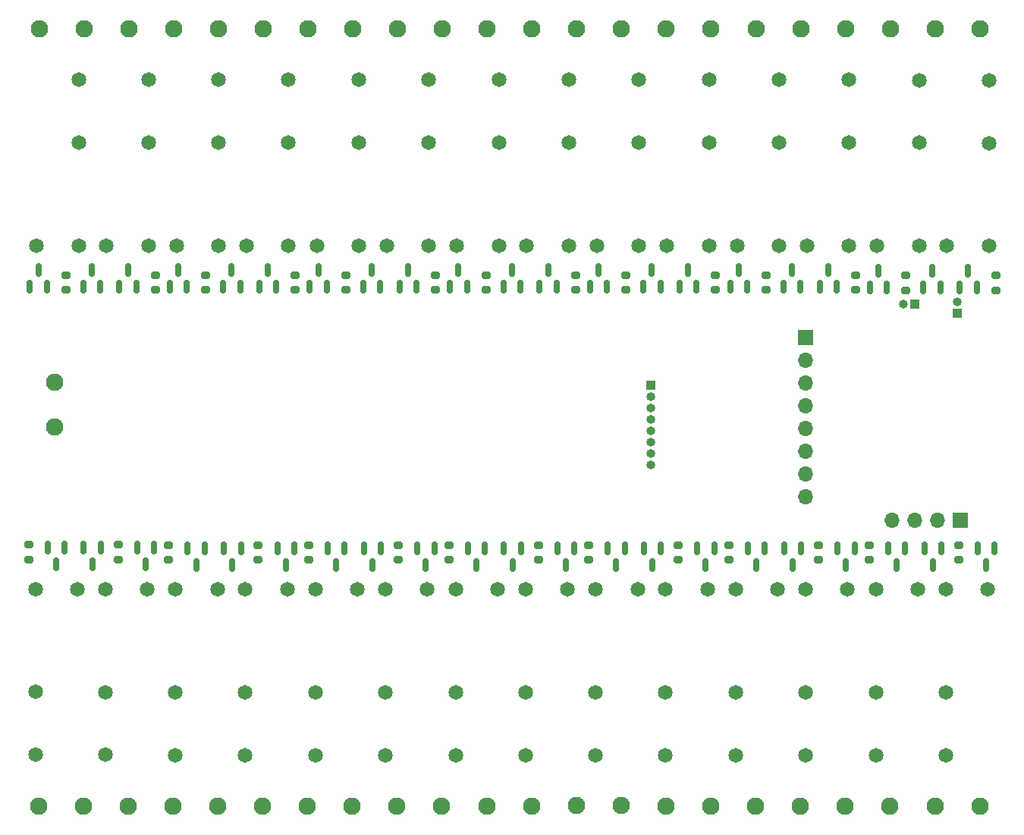
<source format=gbs>
G04 #@! TF.GenerationSoftware,KiCad,Pcbnew,8.0.6-8.0.6-0~ubuntu20.04.1*
G04 #@! TF.CreationDate,2024-11-10T22:02:34+01:00*
G04 #@! TF.ProjectId,home_auto,686f6d65-5f61-4757-946f-2e6b69636164,rev?*
G04 #@! TF.SameCoordinates,Original*
G04 #@! TF.FileFunction,Soldermask,Bot*
G04 #@! TF.FilePolarity,Negative*
%FSLAX46Y46*%
G04 Gerber Fmt 4.6, Leading zero omitted, Abs format (unit mm)*
G04 Created by KiCad (PCBNEW 8.0.6-8.0.6-0~ubuntu20.04.1) date 2024-11-10 22:02:34*
%MOMM*%
%LPD*%
G01*
G04 APERTURE LIST*
G04 Aperture macros list*
%AMRoundRect*
0 Rectangle with rounded corners*
0 $1 Rounding radius*
0 $2 $3 $4 $5 $6 $7 $8 $9 X,Y pos of 4 corners*
0 Add a 4 corners polygon primitive as box body*
4,1,4,$2,$3,$4,$5,$6,$7,$8,$9,$2,$3,0*
0 Add four circle primitives for the rounded corners*
1,1,$1+$1,$2,$3*
1,1,$1+$1,$4,$5*
1,1,$1+$1,$6,$7*
1,1,$1+$1,$8,$9*
0 Add four rect primitives between the rounded corners*
20,1,$1+$1,$2,$3,$4,$5,0*
20,1,$1+$1,$4,$5,$6,$7,0*
20,1,$1+$1,$6,$7,$8,$9,0*
20,1,$1+$1,$8,$9,$2,$3,0*%
G04 Aperture macros list end*
%ADD10C,1.650000*%
%ADD11C,1.950000*%
%ADD12R,1.700000X1.700000*%
%ADD13O,1.700000X1.700000*%
%ADD14R,1.000000X1.000000*%
%ADD15O,1.000000X1.000000*%
%ADD16RoundRect,0.150000X-0.150000X0.587500X-0.150000X-0.587500X0.150000X-0.587500X0.150000X0.587500X0*%
%ADD17RoundRect,0.200000X0.275000X-0.200000X0.275000X0.200000X-0.275000X0.200000X-0.275000X-0.200000X0*%
%ADD18RoundRect,0.150000X0.150000X-0.587500X0.150000X0.587500X-0.150000X0.587500X-0.150000X-0.587500X0*%
%ADD19RoundRect,0.200000X-0.275000X0.200000X-0.275000X-0.200000X0.275000X-0.200000X0.275000X0.200000X0*%
G04 APERTURE END LIST*
D10*
X180075000Y-115975000D03*
X175375000Y-134475000D03*
X175375000Y-127475000D03*
X175375000Y-115975000D03*
D11*
X239490000Y-140200000D03*
X234490000Y-140200000D03*
D10*
X219120000Y-115987500D03*
X214420000Y-134487500D03*
X214420000Y-127487500D03*
X214420000Y-115987500D03*
D11*
X209537500Y-53367500D03*
X204537500Y-53367500D03*
X189470000Y-140180000D03*
X184470000Y-140180000D03*
D10*
X219285000Y-77615000D03*
X219285000Y-66115000D03*
X219285000Y-59115000D03*
X214585000Y-77615000D03*
X187870000Y-115977500D03*
X183170000Y-134477500D03*
X183170000Y-127477500D03*
X183170000Y-115977500D03*
D11*
X229490000Y-140200000D03*
X224490000Y-140200000D03*
X209480000Y-140140000D03*
X204480000Y-140140000D03*
X229537500Y-53367500D03*
X224537500Y-53367500D03*
X249540000Y-140210000D03*
X244540000Y-140210000D03*
D12*
X230110000Y-87860000D03*
D13*
X230110000Y-90400000D03*
X230110000Y-92940000D03*
X230110000Y-95480000D03*
X230110000Y-98020000D03*
X230110000Y-100560000D03*
X230110000Y-103100000D03*
X230110000Y-105640000D03*
D11*
X219527500Y-53367500D03*
X214527500Y-53367500D03*
X169517500Y-53367500D03*
X164517500Y-53367500D03*
X179470000Y-140180000D03*
X174470000Y-140180000D03*
D10*
X164582500Y-77615000D03*
X164582500Y-66115000D03*
X164582500Y-59115000D03*
X159882500Y-77615000D03*
X211325000Y-115985000D03*
X206625000Y-134485000D03*
X206625000Y-127485000D03*
X206625000Y-115985000D03*
X148815000Y-115945000D03*
X144115000Y-134445000D03*
X144115000Y-127445000D03*
X144115000Y-115945000D03*
X245837500Y-77647500D03*
X250537500Y-59147500D03*
X250537500Y-66147500D03*
X250537500Y-77647500D03*
X195705000Y-115995000D03*
X191005000Y-134495000D03*
X191005000Y-127495000D03*
X191005000Y-115995000D03*
X242630000Y-115977500D03*
X237930000Y-134477500D03*
X237930000Y-127477500D03*
X237930000Y-115977500D03*
X188007500Y-77617500D03*
X188007500Y-66117500D03*
X188007500Y-59117500D03*
X183307500Y-77617500D03*
X234770000Y-115987500D03*
X230070000Y-134487500D03*
X230070000Y-127487500D03*
X230070000Y-115987500D03*
X180212500Y-77615000D03*
X180212500Y-66115000D03*
X180212500Y-59115000D03*
X175512500Y-77615000D03*
D11*
X239547500Y-53367500D03*
X234547500Y-53367500D03*
D10*
X203500000Y-115997500D03*
X198800000Y-134497500D03*
X198800000Y-127497500D03*
X198800000Y-115997500D03*
D11*
X249557500Y-53367500D03*
X244557500Y-53367500D03*
D10*
X164445000Y-115975000D03*
X159745000Y-134475000D03*
X159745000Y-127475000D03*
X159745000Y-115975000D03*
D11*
X149470000Y-140180000D03*
X144470000Y-140180000D03*
D14*
X242280000Y-84120000D03*
D15*
X241010000Y-84120000D03*
D10*
X227127500Y-77615000D03*
X227127500Y-66115000D03*
X227127500Y-59115000D03*
X222427500Y-77615000D03*
X172377500Y-77617500D03*
X172377500Y-66117500D03*
X172377500Y-59117500D03*
X167677500Y-77617500D03*
D14*
X212800000Y-93222500D03*
D15*
X212800000Y-94492500D03*
X212800000Y-95762500D03*
X212800000Y-97032500D03*
X212800000Y-98302500D03*
X212800000Y-99572500D03*
X212800000Y-100842500D03*
X212800000Y-102112500D03*
D11*
X149567500Y-53367500D03*
X144567500Y-53367500D03*
D10*
X172240000Y-115977500D03*
X167540000Y-134477500D03*
X167540000Y-127477500D03*
X167540000Y-115977500D03*
X156757500Y-77607500D03*
X156757500Y-66107500D03*
X156757500Y-59107500D03*
X152057500Y-77607500D03*
D11*
X189527500Y-53367500D03*
X184527500Y-53367500D03*
X159527500Y-53367500D03*
X154527500Y-53367500D03*
X146260000Y-92880000D03*
X146260000Y-97880000D03*
D10*
X226975000Y-115985000D03*
X222275000Y-134485000D03*
X222275000Y-127485000D03*
X222275000Y-115985000D03*
D11*
X169470000Y-140180000D03*
X164470000Y-140180000D03*
D12*
X247330000Y-108260000D03*
D13*
X244790000Y-108260000D03*
X242250000Y-108260000D03*
X239710000Y-108260000D03*
D14*
X246980000Y-85180000D03*
D15*
X246980000Y-83910000D03*
D10*
X195857500Y-77615000D03*
X195857500Y-66115000D03*
X195857500Y-59115000D03*
X191157500Y-77615000D03*
X234922500Y-77617500D03*
X234922500Y-66117500D03*
X234922500Y-59117500D03*
X230222500Y-77617500D03*
X238042500Y-77645000D03*
X242742500Y-59145000D03*
X242742500Y-66145000D03*
X242742500Y-77645000D03*
D11*
X179517500Y-53367500D03*
X174517500Y-53367500D03*
D10*
X250425000Y-115980000D03*
X245725000Y-134480000D03*
X245725000Y-127480000D03*
X245725000Y-115980000D03*
X156610000Y-115947500D03*
X151910000Y-134447500D03*
X151910000Y-127447500D03*
X151910000Y-115947500D03*
D11*
X199480000Y-140180000D03*
X194480000Y-140180000D03*
D10*
X148962500Y-77605000D03*
X148962500Y-66105000D03*
X148962500Y-59105000D03*
X144262500Y-77605000D03*
X211490000Y-77612500D03*
X211490000Y-66112500D03*
X211490000Y-59112500D03*
X206790000Y-77612500D03*
D11*
X199527500Y-53367500D03*
X194527500Y-53367500D03*
X159470000Y-140180000D03*
X154470000Y-140180000D03*
X219490000Y-140160000D03*
X214490000Y-140160000D03*
D10*
X203652500Y-77617500D03*
X203652500Y-66117500D03*
X203652500Y-59117500D03*
X198952500Y-77617500D03*
D16*
X208938750Y-113247500D03*
X209888750Y-111372500D03*
X207988750Y-111372500D03*
X228627500Y-113247500D03*
X229577500Y-111372500D03*
X227677500Y-111372500D03*
D17*
X153361250Y-111005000D03*
X153361250Y-112655000D03*
X190250000Y-111055000D03*
X190250000Y-112705000D03*
X237175000Y-111037500D03*
X237175000Y-112687500D03*
D16*
X150467500Y-113207500D03*
X151417500Y-111332500D03*
X149517500Y-111332500D03*
X166097500Y-113237500D03*
X167047500Y-111362500D03*
X165147500Y-111362500D03*
X218940000Y-113247500D03*
X219890000Y-111372500D03*
X217990000Y-111372500D03*
D17*
X168991250Y-111035000D03*
X168991250Y-112685000D03*
D18*
X233558750Y-82230000D03*
X231658750Y-82230000D03*
X232608750Y-80355000D03*
D19*
X220040000Y-80905000D03*
X220040000Y-82555000D03*
D16*
X203320000Y-113257500D03*
X204270000Y-111382500D03*
X202370000Y-111382500D03*
D19*
X147511250Y-80897500D03*
X147511250Y-82547500D03*
D17*
X205870000Y-111045000D03*
X205870000Y-112695000D03*
D18*
X155393750Y-82220000D03*
X153493750Y-82220000D03*
X154443750Y-80345000D03*
D16*
X146428750Y-113207500D03*
X147378750Y-111332500D03*
X145478750Y-111332500D03*
D18*
X145392500Y-82220000D03*
X143492500Y-82220000D03*
X144442500Y-80345000D03*
X248223750Y-80385000D03*
X247273750Y-82260000D03*
X249173750Y-82260000D03*
X198250000Y-82230000D03*
X196350000Y-82230000D03*
X197300000Y-80355000D03*
D17*
X184621250Y-111035000D03*
X184621250Y-112685000D03*
D16*
X197357500Y-113257500D03*
X198307500Y-111382500D03*
X196407500Y-111382500D03*
D17*
X231521250Y-111045000D03*
X231521250Y-112695000D03*
D18*
X229520000Y-82230000D03*
X227620000Y-82230000D03*
X228570000Y-80355000D03*
X223557500Y-82230000D03*
X221657500Y-82230000D03*
X222607500Y-80355000D03*
D19*
X210038750Y-80905000D03*
X210038750Y-82555000D03*
X225676250Y-80907500D03*
X225676250Y-82557500D03*
X194406250Y-80907500D03*
X194406250Y-82557500D03*
D17*
X174620000Y-111035000D03*
X174620000Y-112685000D03*
X247176250Y-111037500D03*
X247176250Y-112687500D03*
D16*
X212977500Y-113247500D03*
X213927500Y-111372500D03*
X212027500Y-111372500D03*
D19*
X204407500Y-80907500D03*
X204407500Y-82557500D03*
D18*
X182605000Y-82230000D03*
X180705000Y-82230000D03*
X181655000Y-80355000D03*
D16*
X234590000Y-113247500D03*
X235540000Y-111372500D03*
X233640000Y-111372500D03*
X244282500Y-113240000D03*
X245232500Y-111365000D03*
X243332500Y-111365000D03*
D19*
X241291250Y-82587500D03*
X241291250Y-80937500D03*
D18*
X151355000Y-82220000D03*
X149455000Y-82220000D03*
X150405000Y-80345000D03*
D17*
X221520000Y-111045000D03*
X221520000Y-112695000D03*
D16*
X187690000Y-113237500D03*
X188640000Y-111362500D03*
X186740000Y-111362500D03*
X193318750Y-113257500D03*
X194268750Y-111382500D03*
X192368750Y-111382500D03*
X181727500Y-113237500D03*
X182677500Y-111362500D03*
X180777500Y-111362500D03*
X224588750Y-113247500D03*
X225538750Y-111372500D03*
X223638750Y-111372500D03*
D19*
X157512500Y-80897500D03*
X157512500Y-82547500D03*
D18*
X161012500Y-82230000D03*
X159112500Y-82230000D03*
X160062500Y-80355000D03*
D16*
X240243750Y-113240000D03*
X241193750Y-111365000D03*
X239293750Y-111365000D03*
D18*
X244185000Y-80385000D03*
X243235000Y-82260000D03*
X245135000Y-82260000D03*
D17*
X143360000Y-111005000D03*
X143360000Y-112655000D03*
D16*
X177688750Y-113237500D03*
X178638750Y-111362500D03*
X176738750Y-111362500D03*
D19*
X178761250Y-80907500D03*
X178761250Y-82557500D03*
D18*
X171013750Y-82230000D03*
X169113750Y-82230000D03*
X170063750Y-80355000D03*
D19*
X173132500Y-80907500D03*
X173132500Y-82557500D03*
D17*
X200251250Y-111055000D03*
X200251250Y-112705000D03*
D16*
X156430000Y-113207500D03*
X157380000Y-111332500D03*
X155480000Y-111332500D03*
D18*
X213882500Y-82227500D03*
X211982500Y-82227500D03*
X212932500Y-80352500D03*
D17*
X215871250Y-111045000D03*
X215871250Y-112695000D03*
D18*
X202288750Y-82230000D03*
X200388750Y-82230000D03*
X201338750Y-80355000D03*
D16*
X172060000Y-113237500D03*
X173010000Y-111362500D03*
X171110000Y-111362500D03*
X250245000Y-113240000D03*
X251195000Y-111365000D03*
X249295000Y-111365000D03*
D18*
X186643750Y-82230000D03*
X184743750Y-82230000D03*
X185693750Y-80355000D03*
X176642500Y-82230000D03*
X174742500Y-82230000D03*
X175692500Y-80355000D03*
X207920000Y-82227500D03*
X206020000Y-82227500D03*
X206970000Y-80352500D03*
X217921250Y-82227500D03*
X216021250Y-82227500D03*
X216971250Y-80352500D03*
D19*
X251292500Y-82587500D03*
X251292500Y-80937500D03*
D17*
X158990000Y-111035000D03*
X158990000Y-112685000D03*
D19*
X188762500Y-80907500D03*
X188762500Y-82557500D03*
D18*
X166975000Y-82230000D03*
X165075000Y-82230000D03*
X166025000Y-80355000D03*
X192287500Y-82230000D03*
X190387500Y-82230000D03*
X191337500Y-80355000D03*
X238222500Y-80385000D03*
X237272500Y-82260000D03*
X239172500Y-82260000D03*
D19*
X163131250Y-80907500D03*
X163131250Y-82557500D03*
X235677500Y-80907500D03*
X235677500Y-82557500D03*
D16*
X162058750Y-113237500D03*
X163008750Y-111362500D03*
X161108750Y-111362500D03*
M02*

</source>
